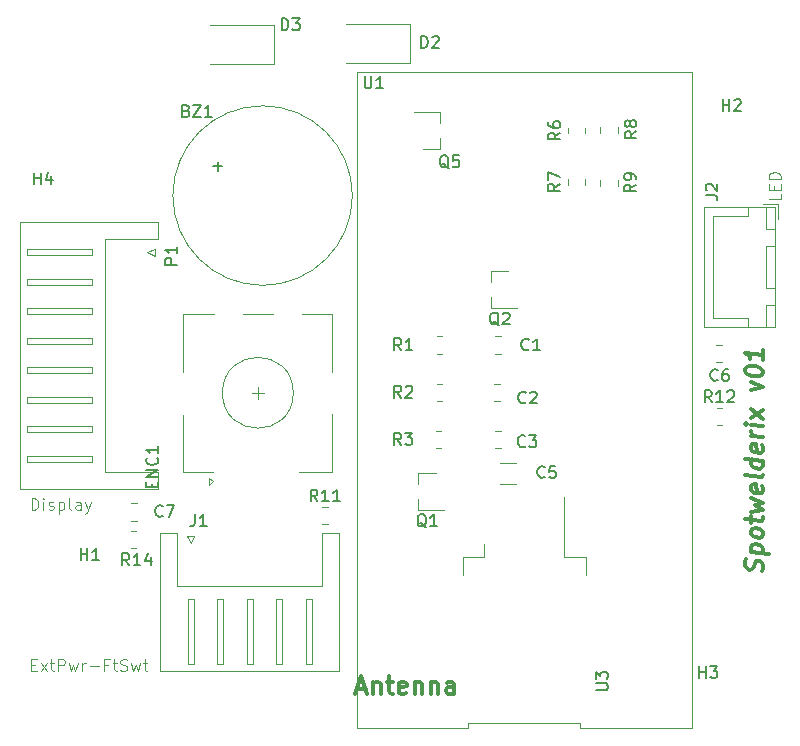
<source format=gbr>
%TF.GenerationSoftware,KiCad,Pcbnew,(5.1.9)-1*%
%TF.CreationDate,2021-02-05T08:09:49+01:00*%
%TF.ProjectId,Spotwelderix-controlboard,53706f74-7765-46c6-9465-7269782d636f,v01*%
%TF.SameCoordinates,Original*%
%TF.FileFunction,Legend,Top*%
%TF.FilePolarity,Positive*%
%FSLAX46Y46*%
G04 Gerber Fmt 4.6, Leading zero omitted, Abs format (unit mm)*
G04 Created by KiCad (PCBNEW (5.1.9)-1) date 2021-02-05 08:09:49*
%MOMM*%
%LPD*%
G01*
G04 APERTURE LIST*
%ADD10C,0.100000*%
%ADD11C,0.300000*%
%ADD12C,0.120000*%
%ADD13C,0.150000*%
G04 APERTURE END LIST*
D10*
X84702380Y-37242857D02*
X84702380Y-37719047D01*
X83702380Y-37719047D01*
X84178571Y-36909523D02*
X84178571Y-36576190D01*
X84702380Y-36433333D02*
X84702380Y-36909523D01*
X83702380Y-36909523D01*
X83702380Y-36433333D01*
X84702380Y-36004761D02*
X83702380Y-36004761D01*
X83702380Y-35766666D01*
X83750000Y-35623809D01*
X83845238Y-35528571D01*
X83940476Y-35480952D01*
X84130952Y-35433333D01*
X84273809Y-35433333D01*
X84464285Y-35480952D01*
X84559523Y-35528571D01*
X84654761Y-35623809D01*
X84702380Y-35766666D01*
X84702380Y-36004761D01*
X21242857Y-77128571D02*
X21576190Y-77128571D01*
X21719047Y-77652380D02*
X21242857Y-77652380D01*
X21242857Y-76652380D01*
X21719047Y-76652380D01*
X22052380Y-77652380D02*
X22576190Y-76985714D01*
X22052380Y-76985714D02*
X22576190Y-77652380D01*
X22814285Y-76985714D02*
X23195238Y-76985714D01*
X22957142Y-76652380D02*
X22957142Y-77509523D01*
X23004761Y-77604761D01*
X23100000Y-77652380D01*
X23195238Y-77652380D01*
X23528571Y-77652380D02*
X23528571Y-76652380D01*
X23909523Y-76652380D01*
X24004761Y-76700000D01*
X24052380Y-76747619D01*
X24100000Y-76842857D01*
X24100000Y-76985714D01*
X24052380Y-77080952D01*
X24004761Y-77128571D01*
X23909523Y-77176190D01*
X23528571Y-77176190D01*
X24433333Y-76985714D02*
X24623809Y-77652380D01*
X24814285Y-77176190D01*
X25004761Y-77652380D01*
X25195238Y-76985714D01*
X25576190Y-77652380D02*
X25576190Y-76985714D01*
X25576190Y-77176190D02*
X25623809Y-77080952D01*
X25671428Y-77033333D01*
X25766666Y-76985714D01*
X25861904Y-76985714D01*
X26195238Y-77271428D02*
X26957142Y-77271428D01*
X27766666Y-77128571D02*
X27433333Y-77128571D01*
X27433333Y-77652380D02*
X27433333Y-76652380D01*
X27909523Y-76652380D01*
X28147619Y-76985714D02*
X28528571Y-76985714D01*
X28290476Y-76652380D02*
X28290476Y-77509523D01*
X28338095Y-77604761D01*
X28433333Y-77652380D01*
X28528571Y-77652380D01*
X28814285Y-77604761D02*
X28957142Y-77652380D01*
X29195238Y-77652380D01*
X29290476Y-77604761D01*
X29338095Y-77557142D01*
X29385714Y-77461904D01*
X29385714Y-77366666D01*
X29338095Y-77271428D01*
X29290476Y-77223809D01*
X29195238Y-77176190D01*
X29004761Y-77128571D01*
X28909523Y-77080952D01*
X28861904Y-77033333D01*
X28814285Y-76938095D01*
X28814285Y-76842857D01*
X28861904Y-76747619D01*
X28909523Y-76700000D01*
X29004761Y-76652380D01*
X29242857Y-76652380D01*
X29385714Y-76700000D01*
X29719047Y-76985714D02*
X29909523Y-77652380D01*
X30100000Y-77176190D01*
X30290476Y-77652380D01*
X30480952Y-76985714D01*
X30719047Y-76985714D02*
X31099999Y-76985714D01*
X30861904Y-76652380D02*
X30861904Y-77509523D01*
X30909523Y-77604761D01*
X31004761Y-77652380D01*
X31099999Y-77652380D01*
X21297619Y-64002380D02*
X21297619Y-63002380D01*
X21535714Y-63002380D01*
X21678571Y-63050000D01*
X21773809Y-63145238D01*
X21821428Y-63240476D01*
X21869047Y-63430952D01*
X21869047Y-63573809D01*
X21821428Y-63764285D01*
X21773809Y-63859523D01*
X21678571Y-63954761D01*
X21535714Y-64002380D01*
X21297619Y-64002380D01*
X22297619Y-64002380D02*
X22297619Y-63335714D01*
X22297619Y-63002380D02*
X22250000Y-63050000D01*
X22297619Y-63097619D01*
X22345238Y-63050000D01*
X22297619Y-63002380D01*
X22297619Y-63097619D01*
X22726190Y-63954761D02*
X22821428Y-64002380D01*
X23011904Y-64002380D01*
X23107142Y-63954761D01*
X23154761Y-63859523D01*
X23154761Y-63811904D01*
X23107142Y-63716666D01*
X23011904Y-63669047D01*
X22869047Y-63669047D01*
X22773809Y-63621428D01*
X22726190Y-63526190D01*
X22726190Y-63478571D01*
X22773809Y-63383333D01*
X22869047Y-63335714D01*
X23011904Y-63335714D01*
X23107142Y-63383333D01*
X23583333Y-63335714D02*
X23583333Y-64335714D01*
X23583333Y-63383333D02*
X23678571Y-63335714D01*
X23869047Y-63335714D01*
X23964285Y-63383333D01*
X24011904Y-63430952D01*
X24059523Y-63526190D01*
X24059523Y-63811904D01*
X24011904Y-63907142D01*
X23964285Y-63954761D01*
X23869047Y-64002380D01*
X23678571Y-64002380D01*
X23583333Y-63954761D01*
X24630952Y-64002380D02*
X24535714Y-63954761D01*
X24488095Y-63859523D01*
X24488095Y-63002380D01*
X25440476Y-64002380D02*
X25440476Y-63478571D01*
X25392857Y-63383333D01*
X25297619Y-63335714D01*
X25107142Y-63335714D01*
X25011904Y-63383333D01*
X25440476Y-63954761D02*
X25345238Y-64002380D01*
X25107142Y-64002380D01*
X25011904Y-63954761D01*
X24964285Y-63859523D01*
X24964285Y-63764285D01*
X25011904Y-63669047D01*
X25107142Y-63621428D01*
X25345238Y-63621428D01*
X25440476Y-63573809D01*
X25821428Y-63335714D02*
X26059523Y-64002380D01*
X26297619Y-63335714D02*
X26059523Y-64002380D01*
X25964285Y-64240476D01*
X25916666Y-64288095D01*
X25821428Y-64335714D01*
D11*
X48857142Y-79150000D02*
X49571428Y-79150000D01*
X48714285Y-79578571D02*
X49214285Y-78078571D01*
X49714285Y-79578571D01*
X50214285Y-78578571D02*
X50214285Y-79578571D01*
X50214285Y-78721428D02*
X50285714Y-78650000D01*
X50428571Y-78578571D01*
X50642857Y-78578571D01*
X50785714Y-78650000D01*
X50857142Y-78792857D01*
X50857142Y-79578571D01*
X51357142Y-78578571D02*
X51928571Y-78578571D01*
X51571428Y-78078571D02*
X51571428Y-79364285D01*
X51642857Y-79507142D01*
X51785714Y-79578571D01*
X51928571Y-79578571D01*
X53000000Y-79507142D02*
X52857142Y-79578571D01*
X52571428Y-79578571D01*
X52428571Y-79507142D01*
X52357142Y-79364285D01*
X52357142Y-78792857D01*
X52428571Y-78650000D01*
X52571428Y-78578571D01*
X52857142Y-78578571D01*
X53000000Y-78650000D01*
X53071428Y-78792857D01*
X53071428Y-78935714D01*
X52357142Y-79078571D01*
X53714285Y-78578571D02*
X53714285Y-79578571D01*
X53714285Y-78721428D02*
X53785714Y-78650000D01*
X53928571Y-78578571D01*
X54142857Y-78578571D01*
X54285714Y-78650000D01*
X54357142Y-78792857D01*
X54357142Y-79578571D01*
X55071428Y-78578571D02*
X55071428Y-79578571D01*
X55071428Y-78721428D02*
X55142857Y-78650000D01*
X55285714Y-78578571D01*
X55499999Y-78578571D01*
X55642857Y-78650000D01*
X55714285Y-78792857D01*
X55714285Y-79578571D01*
X57071428Y-79578571D02*
X57071428Y-78792857D01*
X57000000Y-78650000D01*
X56857142Y-78578571D01*
X56571428Y-78578571D01*
X56428571Y-78650000D01*
X57071428Y-79507142D02*
X56928571Y-79578571D01*
X56571428Y-79578571D01*
X56428571Y-79507142D01*
X56357142Y-79364285D01*
X56357142Y-79221428D01*
X56428571Y-79078571D01*
X56571428Y-79007142D01*
X56928571Y-79007142D01*
X57071428Y-78935714D01*
X83157142Y-69204285D02*
X83228571Y-68998928D01*
X83228571Y-68641785D01*
X83157142Y-68490000D01*
X83085714Y-68409642D01*
X82942857Y-68320357D01*
X82800000Y-68302500D01*
X82657142Y-68356071D01*
X82585714Y-68418571D01*
X82514285Y-68552500D01*
X82442857Y-68829285D01*
X82371428Y-68963214D01*
X82300000Y-69025714D01*
X82157142Y-69079285D01*
X82014285Y-69061428D01*
X81871428Y-68972142D01*
X81800000Y-68891785D01*
X81728571Y-68740000D01*
X81728571Y-68382857D01*
X81800000Y-68177500D01*
X82228571Y-67588214D02*
X83728571Y-67775714D01*
X82300000Y-67597142D02*
X82228571Y-67445357D01*
X82228571Y-67159642D01*
X82300000Y-67025714D01*
X82371428Y-66963214D01*
X82514285Y-66909642D01*
X82942857Y-66963214D01*
X83085714Y-67052500D01*
X83157142Y-67132857D01*
X83228571Y-67284642D01*
X83228571Y-67570357D01*
X83157142Y-67704285D01*
X83228571Y-66141785D02*
X83157142Y-66275714D01*
X83085714Y-66338214D01*
X82942857Y-66391785D01*
X82514285Y-66338214D01*
X82371428Y-66248928D01*
X82300000Y-66168571D01*
X82228571Y-66016785D01*
X82228571Y-65802500D01*
X82300000Y-65668571D01*
X82371428Y-65606071D01*
X82514285Y-65552500D01*
X82942857Y-65606071D01*
X83085714Y-65695357D01*
X83157142Y-65775714D01*
X83228571Y-65927500D01*
X83228571Y-66141785D01*
X82228571Y-65088214D02*
X82228571Y-64516785D01*
X81728571Y-64811428D02*
X83014285Y-64972142D01*
X83157142Y-64918571D01*
X83228571Y-64784642D01*
X83228571Y-64641785D01*
X82228571Y-64159642D02*
X83228571Y-63998928D01*
X82514285Y-63623928D01*
X83228571Y-63427500D01*
X82228571Y-63016785D01*
X83157142Y-61990000D02*
X83228571Y-62141785D01*
X83228571Y-62427500D01*
X83157142Y-62561428D01*
X83014285Y-62615000D01*
X82442857Y-62543571D01*
X82300000Y-62454285D01*
X82228571Y-62302500D01*
X82228571Y-62016785D01*
X82300000Y-61882857D01*
X82442857Y-61829285D01*
X82585714Y-61847142D01*
X82728571Y-62579285D01*
X83228571Y-61070357D02*
X83157142Y-61204285D01*
X83014285Y-61257857D01*
X81728571Y-61097142D01*
X83228571Y-59856071D02*
X81728571Y-59668571D01*
X83157142Y-59847142D02*
X83228571Y-59998928D01*
X83228571Y-60284642D01*
X83157142Y-60418571D01*
X83085714Y-60481071D01*
X82942857Y-60534642D01*
X82514285Y-60481071D01*
X82371428Y-60391785D01*
X82300000Y-60311428D01*
X82228571Y-60159642D01*
X82228571Y-59873928D01*
X82300000Y-59740000D01*
X83157142Y-58561428D02*
X83228571Y-58713214D01*
X83228571Y-58998928D01*
X83157142Y-59132857D01*
X83014285Y-59186428D01*
X82442857Y-59115000D01*
X82300000Y-59025714D01*
X82228571Y-58873928D01*
X82228571Y-58588214D01*
X82300000Y-58454285D01*
X82442857Y-58400714D01*
X82585714Y-58418571D01*
X82728571Y-59150714D01*
X83228571Y-57856071D02*
X82228571Y-57731071D01*
X82514285Y-57766785D02*
X82371428Y-57677500D01*
X82300000Y-57597142D01*
X82228571Y-57445357D01*
X82228571Y-57302500D01*
X83228571Y-56927500D02*
X82228571Y-56802500D01*
X81728571Y-56740000D02*
X81800000Y-56820357D01*
X81871428Y-56757857D01*
X81800000Y-56677500D01*
X81728571Y-56740000D01*
X81871428Y-56757857D01*
X83228571Y-56356071D02*
X82228571Y-55445357D01*
X82228571Y-56231071D02*
X83228571Y-55570357D01*
X82228571Y-53873928D02*
X83228571Y-53641785D01*
X82228571Y-53159642D01*
X81728571Y-52240000D02*
X81728571Y-52097142D01*
X81800000Y-51963214D01*
X81871428Y-51900714D01*
X82014285Y-51847142D01*
X82300000Y-51811428D01*
X82657142Y-51856071D01*
X82942857Y-51963214D01*
X83085714Y-52052500D01*
X83157142Y-52132857D01*
X83228571Y-52284642D01*
X83228571Y-52427500D01*
X83157142Y-52561428D01*
X83085714Y-52623928D01*
X82942857Y-52677500D01*
X82657142Y-52713214D01*
X82300000Y-52668571D01*
X82014285Y-52561428D01*
X81871428Y-52472142D01*
X81800000Y-52391785D01*
X81728571Y-52240000D01*
X83228571Y-50498928D02*
X83228571Y-51356071D01*
X83228571Y-50927500D02*
X81728571Y-50740000D01*
X81942857Y-50909642D01*
X82085714Y-51070357D01*
X82157142Y-51222142D01*
D12*
%TO.C,ENC1*%
X40450000Y-54600000D02*
X40450000Y-53600000D01*
X39950000Y-54100000D02*
X40950000Y-54100000D01*
X44150000Y-47400000D02*
X46750000Y-47400000D01*
X39150000Y-47400000D02*
X41750000Y-47400000D01*
X34150000Y-47400000D02*
X36750000Y-47400000D01*
X36350000Y-61300000D02*
X36650000Y-61600000D01*
X36350000Y-61900000D02*
X36350000Y-61300000D01*
X36650000Y-61600000D02*
X36350000Y-61900000D01*
X34150000Y-60800000D02*
X36650000Y-60800000D01*
X34150000Y-56000000D02*
X34150000Y-60800000D01*
X46750000Y-60800000D02*
X43950000Y-60800000D01*
X46750000Y-55900000D02*
X46750000Y-60800000D01*
X46750000Y-47400000D02*
X46750000Y-52300000D01*
X34150000Y-52300000D02*
X34150000Y-47400000D01*
X43450000Y-54100000D02*
G75*
G03*
X43450000Y-54100000I-3000000J0D01*
G01*
%TO.C,U1*%
X67733333Y-82440000D02*
X77199999Y-82440000D01*
X67733333Y-82080000D02*
X67733333Y-82440000D01*
X58266667Y-82080000D02*
X67733333Y-82080000D01*
X58266667Y-82440000D02*
X58266667Y-82080000D01*
X48800000Y-82440000D02*
X58266667Y-82440000D01*
X48800001Y-26900000D02*
X48800000Y-82440000D01*
X77200000Y-26900000D02*
X48800001Y-26900000D01*
X77199999Y-82440000D02*
X77200000Y-26900000D01*
%TO.C,P1*%
X31700000Y-42500000D02*
X31100000Y-42200000D01*
X31700000Y-41900000D02*
X31700000Y-42500000D01*
X31100000Y-42200000D02*
X31700000Y-41900000D01*
X26400000Y-59950000D02*
X26400000Y-59450000D01*
X20900000Y-59950000D02*
X26400000Y-59950000D01*
X20900000Y-59450000D02*
X20900000Y-59950000D01*
X26400000Y-59450000D02*
X20900000Y-59450000D01*
X26400000Y-57450000D02*
X26400000Y-56950000D01*
X20900000Y-57450000D02*
X26400000Y-57450000D01*
X20900000Y-56950000D02*
X20900000Y-57450000D01*
X26400000Y-56950000D02*
X20900000Y-56950000D01*
X26400000Y-54950000D02*
X26400000Y-54450000D01*
X20900000Y-54950000D02*
X26400000Y-54950000D01*
X20900000Y-54450000D02*
X20900000Y-54950000D01*
X26400000Y-54450000D02*
X20900000Y-54450000D01*
X26400000Y-52450000D02*
X26400000Y-51950000D01*
X20900000Y-52450000D02*
X26400000Y-52450000D01*
X20900000Y-51950000D02*
X20900000Y-52450000D01*
X26400000Y-51950000D02*
X20900000Y-51950000D01*
X26400000Y-49950000D02*
X26400000Y-49450000D01*
X20900000Y-49950000D02*
X26400000Y-49950000D01*
X20900000Y-49450000D02*
X20900000Y-49950000D01*
X26400000Y-49450000D02*
X20900000Y-49450000D01*
X26400000Y-47450000D02*
X26400000Y-46950000D01*
X20900000Y-47450000D02*
X26400000Y-47450000D01*
X20900000Y-46950000D02*
X20900000Y-47450000D01*
X26400000Y-46950000D02*
X20900000Y-46950000D01*
X26400000Y-44950000D02*
X26400000Y-44450000D01*
X20900000Y-44950000D02*
X26400000Y-44950000D01*
X20900000Y-44450000D02*
X20900000Y-44950000D01*
X26400000Y-44450000D02*
X20900000Y-44450000D01*
X26400000Y-42450000D02*
X26400000Y-41950000D01*
X20900000Y-42450000D02*
X26400000Y-42450000D01*
X20900000Y-41950000D02*
X20900000Y-42450000D01*
X26400000Y-41950000D02*
X20900000Y-41950000D01*
X27510000Y-60840000D02*
X27510000Y-50950000D01*
X32010000Y-60840000D02*
X27510000Y-60840000D01*
X32010000Y-62260000D02*
X32010000Y-60840000D01*
X20290000Y-62260000D02*
X32010000Y-62260000D01*
X20290000Y-50950000D02*
X20290000Y-62260000D01*
X27510000Y-41060000D02*
X27510000Y-50950000D01*
X32010000Y-41060000D02*
X27510000Y-41060000D01*
X32010000Y-39640000D02*
X32010000Y-41060000D01*
X20290000Y-39640000D02*
X32010000Y-39640000D01*
X20290000Y-50950000D02*
X20290000Y-39640000D01*
%TO.C,R14*%
X29710436Y-67235000D02*
X30164564Y-67235000D01*
X29710436Y-65765000D02*
X30164564Y-65765000D01*
%TO.C,R12*%
X79285436Y-56835000D02*
X79739564Y-56835000D01*
X79285436Y-55365000D02*
X79739564Y-55365000D01*
%TO.C,R11*%
X45910436Y-65235000D02*
X46364564Y-65235000D01*
X45910436Y-63765000D02*
X46364564Y-63765000D01*
%TO.C,Q5*%
X55860000Y-33480000D02*
X54400000Y-33480000D01*
X55860000Y-30320000D02*
X53700000Y-30320000D01*
X55860000Y-30320000D02*
X55860000Y-31250000D01*
X55860000Y-33480000D02*
X55860000Y-32550000D01*
%TO.C,Q2*%
X60190000Y-43770000D02*
X61650000Y-43770000D01*
X60190000Y-46930000D02*
X62350000Y-46930000D01*
X60190000Y-46930000D02*
X60190000Y-46000000D01*
X60190000Y-43770000D02*
X60190000Y-44700000D01*
%TO.C,Q1*%
X54040000Y-60870000D02*
X55500000Y-60870000D01*
X54040000Y-64030000D02*
X56200000Y-64030000D01*
X54040000Y-64030000D02*
X54040000Y-63100000D01*
X54040000Y-60870000D02*
X54040000Y-61800000D01*
%TO.C,J1*%
X35050000Y-66250000D02*
X34750000Y-66850000D01*
X34450000Y-66250000D02*
X35050000Y-66250000D01*
X34750000Y-66850000D02*
X34450000Y-66250000D01*
X45000000Y-71550000D02*
X44500000Y-71550000D01*
X45000000Y-77050000D02*
X45000000Y-71550000D01*
X44500000Y-77050000D02*
X45000000Y-77050000D01*
X44500000Y-71550000D02*
X44500000Y-77050000D01*
X42500000Y-71550000D02*
X42000000Y-71550000D01*
X42500000Y-77050000D02*
X42500000Y-71550000D01*
X42000000Y-77050000D02*
X42500000Y-77050000D01*
X42000000Y-71550000D02*
X42000000Y-77050000D01*
X40000000Y-71550000D02*
X39500000Y-71550000D01*
X40000000Y-77050000D02*
X40000000Y-71550000D01*
X39500000Y-77050000D02*
X40000000Y-77050000D01*
X39500000Y-71550000D02*
X39500000Y-77050000D01*
X37500000Y-71550000D02*
X37000000Y-71550000D01*
X37500000Y-77050000D02*
X37500000Y-71550000D01*
X37000000Y-77050000D02*
X37500000Y-77050000D01*
X37000000Y-71550000D02*
X37000000Y-77050000D01*
X35000000Y-71550000D02*
X34500000Y-71550000D01*
X35000000Y-77050000D02*
X35000000Y-71550000D01*
X34500000Y-77050000D02*
X35000000Y-77050000D01*
X34500000Y-71550000D02*
X34500000Y-77050000D01*
X45890000Y-70440000D02*
X39750000Y-70440000D01*
X45890000Y-65940000D02*
X45890000Y-70440000D01*
X47310000Y-65940000D02*
X45890000Y-65940000D01*
X47310000Y-77660000D02*
X47310000Y-65940000D01*
X39750000Y-77660000D02*
X47310000Y-77660000D01*
X33610000Y-70440000D02*
X39750000Y-70440000D01*
X33610000Y-65940000D02*
X33610000Y-70440000D01*
X32190000Y-65940000D02*
X33610000Y-65940000D01*
X32190000Y-77660000D02*
X32190000Y-65940000D01*
X39750000Y-77660000D02*
X32190000Y-77660000D01*
%TO.C,C7*%
X29688748Y-64935000D02*
X30211252Y-64935000D01*
X29688748Y-63465000D02*
X30211252Y-63465000D01*
%TO.C,J2*%
X84500000Y-38100000D02*
X83250000Y-38100000D01*
X84500000Y-39350000D02*
X84500000Y-38100000D01*
X79000000Y-47750000D02*
X79000000Y-43450000D01*
X81950000Y-47750000D02*
X79000000Y-47750000D01*
X81950000Y-48500000D02*
X81950000Y-47750000D01*
X79000000Y-39150000D02*
X79000000Y-43450000D01*
X81950000Y-39150000D02*
X79000000Y-39150000D01*
X81950000Y-38400000D02*
X81950000Y-39150000D01*
X84200000Y-48500000D02*
X84200000Y-46700000D01*
X83450000Y-48500000D02*
X84200000Y-48500000D01*
X83450000Y-46700000D02*
X83450000Y-48500000D01*
X84200000Y-46700000D02*
X83450000Y-46700000D01*
X84200000Y-40200000D02*
X84200000Y-38400000D01*
X83450000Y-40200000D02*
X84200000Y-40200000D01*
X83450000Y-38400000D02*
X83450000Y-40200000D01*
X84200000Y-38400000D02*
X83450000Y-38400000D01*
X84200000Y-45200000D02*
X84200000Y-41700000D01*
X83450000Y-45200000D02*
X84200000Y-45200000D01*
X83450000Y-41700000D02*
X83450000Y-45200000D01*
X84200000Y-41700000D02*
X83450000Y-41700000D01*
X84210000Y-48510000D02*
X84210000Y-38390000D01*
X78240000Y-48510000D02*
X84210000Y-48510000D01*
X78240000Y-38390000D02*
X78240000Y-48510000D01*
X84210000Y-38390000D02*
X78240000Y-38390000D01*
%TO.C,D3*%
X41800000Y-26300000D02*
X36400000Y-26300000D01*
X41800000Y-23000000D02*
X36400000Y-23000000D01*
X41800000Y-26300000D02*
X41800000Y-23000000D01*
%TO.C,D2*%
X53300000Y-26200000D02*
X53300000Y-22900000D01*
X53300000Y-22900000D02*
X47900000Y-22900000D01*
X53300000Y-26200000D02*
X47900000Y-26200000D01*
%TO.C,BZ1*%
X48450000Y-37400000D02*
G75*
G03*
X48450000Y-37400000I-7600000J0D01*
G01*
%TO.C,R1*%
X56064564Y-50785000D02*
X55610436Y-50785000D01*
X56064564Y-49315000D02*
X55610436Y-49315000D01*
%TO.C,C5*%
X60913748Y-60040000D02*
X62336252Y-60040000D01*
X60913748Y-61860000D02*
X62336252Y-61860000D01*
%TO.C,R3*%
X55977064Y-58785000D02*
X55522936Y-58785000D01*
X55977064Y-57315000D02*
X55522936Y-57315000D01*
%TO.C,C3*%
X61011252Y-58785000D02*
X60488748Y-58785000D01*
X61011252Y-57315000D02*
X60488748Y-57315000D01*
%TO.C,C2*%
X60438748Y-53315000D02*
X60961252Y-53315000D01*
X60438748Y-54785000D02*
X60961252Y-54785000D01*
%TO.C,C1*%
X61011252Y-50785000D02*
X60488748Y-50785000D01*
X61011252Y-49315000D02*
X60488748Y-49315000D01*
%TO.C,R2*%
X56064564Y-54785000D02*
X55610436Y-54785000D01*
X56064564Y-53315000D02*
X55610436Y-53315000D01*
%TO.C,R6*%
X68163000Y-31671436D02*
X68163000Y-32125564D01*
X66693000Y-31671436D02*
X66693000Y-32125564D01*
%TO.C,C6*%
X79238748Y-51535000D02*
X79761252Y-51535000D01*
X79238748Y-50065000D02*
X79761252Y-50065000D01*
%TO.C,R9*%
X70923000Y-36122436D02*
X70923000Y-36576564D01*
X69453000Y-36122436D02*
X69453000Y-36576564D01*
%TO.C,U3*%
X68190000Y-69525000D02*
X68190000Y-68025000D01*
X68190000Y-68025000D02*
X66380000Y-68025000D01*
X66380000Y-68025000D02*
X66380000Y-62900000D01*
X57790000Y-69525000D02*
X57790000Y-68025000D01*
X57790000Y-68025000D02*
X59600000Y-68025000D01*
X59600000Y-68025000D02*
X59600000Y-66925000D01*
%TO.C,R8*%
X70923000Y-31620936D02*
X70923000Y-32075064D01*
X69453000Y-31620936D02*
X69453000Y-32075064D01*
%TO.C,R7*%
X68163000Y-36022436D02*
X68163000Y-36476564D01*
X66693000Y-36022436D02*
X66693000Y-36476564D01*
%TO.C,ENC1*%
D13*
X31478571Y-62114285D02*
X31478571Y-61780952D01*
X32002380Y-61638095D02*
X32002380Y-62114285D01*
X31002380Y-62114285D01*
X31002380Y-61638095D01*
X32002380Y-61209523D02*
X31002380Y-61209523D01*
X32002380Y-60638095D01*
X31002380Y-60638095D01*
X31907142Y-59590476D02*
X31954761Y-59638095D01*
X32002380Y-59780952D01*
X32002380Y-59876190D01*
X31954761Y-60019047D01*
X31859523Y-60114285D01*
X31764285Y-60161904D01*
X31573809Y-60209523D01*
X31430952Y-60209523D01*
X31240476Y-60161904D01*
X31145238Y-60114285D01*
X31050000Y-60019047D01*
X31002380Y-59876190D01*
X31002380Y-59780952D01*
X31050000Y-59638095D01*
X31097619Y-59590476D01*
X32002380Y-58638095D02*
X32002380Y-59209523D01*
X32002380Y-58923809D02*
X31002380Y-58923809D01*
X31145238Y-59019047D01*
X31240476Y-59114285D01*
X31288095Y-59209523D01*
%TO.C,U1*%
X49488095Y-27302380D02*
X49488095Y-28111904D01*
X49535714Y-28207142D01*
X49583333Y-28254761D01*
X49678571Y-28302380D01*
X49869047Y-28302380D01*
X49964285Y-28254761D01*
X50011904Y-28207142D01*
X50059523Y-28111904D01*
X50059523Y-27302380D01*
X51059523Y-28302380D02*
X50488095Y-28302380D01*
X50773809Y-28302380D02*
X50773809Y-27302380D01*
X50678571Y-27445238D01*
X50583333Y-27540476D01*
X50488095Y-27588095D01*
%TO.C,P1*%
X33602380Y-43238095D02*
X32602380Y-43238095D01*
X32602380Y-42857142D01*
X32650000Y-42761904D01*
X32697619Y-42714285D01*
X32792857Y-42666666D01*
X32935714Y-42666666D01*
X33030952Y-42714285D01*
X33078571Y-42761904D01*
X33126190Y-42857142D01*
X33126190Y-43238095D01*
X33602380Y-41714285D02*
X33602380Y-42285714D01*
X33602380Y-42000000D02*
X32602380Y-42000000D01*
X32745238Y-42095238D01*
X32840476Y-42190476D01*
X32888095Y-42285714D01*
%TO.C,R14*%
X29557142Y-68702380D02*
X29223809Y-68226190D01*
X28985714Y-68702380D02*
X28985714Y-67702380D01*
X29366666Y-67702380D01*
X29461904Y-67750000D01*
X29509523Y-67797619D01*
X29557142Y-67892857D01*
X29557142Y-68035714D01*
X29509523Y-68130952D01*
X29461904Y-68178571D01*
X29366666Y-68226190D01*
X28985714Y-68226190D01*
X30509523Y-68702380D02*
X29938095Y-68702380D01*
X30223809Y-68702380D02*
X30223809Y-67702380D01*
X30128571Y-67845238D01*
X30033333Y-67940476D01*
X29938095Y-67988095D01*
X31366666Y-68035714D02*
X31366666Y-68702380D01*
X31128571Y-67654761D02*
X30890476Y-68369047D01*
X31509523Y-68369047D01*
%TO.C,R12*%
X78869642Y-54902380D02*
X78536309Y-54426190D01*
X78298214Y-54902380D02*
X78298214Y-53902380D01*
X78679166Y-53902380D01*
X78774404Y-53950000D01*
X78822023Y-53997619D01*
X78869642Y-54092857D01*
X78869642Y-54235714D01*
X78822023Y-54330952D01*
X78774404Y-54378571D01*
X78679166Y-54426190D01*
X78298214Y-54426190D01*
X79822023Y-54902380D02*
X79250595Y-54902380D01*
X79536309Y-54902380D02*
X79536309Y-53902380D01*
X79441071Y-54045238D01*
X79345833Y-54140476D01*
X79250595Y-54188095D01*
X80202976Y-53997619D02*
X80250595Y-53950000D01*
X80345833Y-53902380D01*
X80583928Y-53902380D01*
X80679166Y-53950000D01*
X80726785Y-53997619D01*
X80774404Y-54092857D01*
X80774404Y-54188095D01*
X80726785Y-54330952D01*
X80155357Y-54902380D01*
X80774404Y-54902380D01*
%TO.C,R11*%
X45494642Y-63302380D02*
X45161309Y-62826190D01*
X44923214Y-63302380D02*
X44923214Y-62302380D01*
X45304166Y-62302380D01*
X45399404Y-62350000D01*
X45447023Y-62397619D01*
X45494642Y-62492857D01*
X45494642Y-62635714D01*
X45447023Y-62730952D01*
X45399404Y-62778571D01*
X45304166Y-62826190D01*
X44923214Y-62826190D01*
X46447023Y-63302380D02*
X45875595Y-63302380D01*
X46161309Y-63302380D02*
X46161309Y-62302380D01*
X46066071Y-62445238D01*
X45970833Y-62540476D01*
X45875595Y-62588095D01*
X47399404Y-63302380D02*
X46827976Y-63302380D01*
X47113690Y-63302380D02*
X47113690Y-62302380D01*
X47018452Y-62445238D01*
X46923214Y-62540476D01*
X46827976Y-62588095D01*
%TO.C,Q5*%
X56604761Y-35097619D02*
X56509523Y-35050000D01*
X56414285Y-34954761D01*
X56271428Y-34811904D01*
X56176190Y-34764285D01*
X56080952Y-34764285D01*
X56128571Y-35002380D02*
X56033333Y-34954761D01*
X55938095Y-34859523D01*
X55890476Y-34669047D01*
X55890476Y-34335714D01*
X55938095Y-34145238D01*
X56033333Y-34050000D01*
X56128571Y-34002380D01*
X56319047Y-34002380D01*
X56414285Y-34050000D01*
X56509523Y-34145238D01*
X56557142Y-34335714D01*
X56557142Y-34669047D01*
X56509523Y-34859523D01*
X56414285Y-34954761D01*
X56319047Y-35002380D01*
X56128571Y-35002380D01*
X57461904Y-34002380D02*
X56985714Y-34002380D01*
X56938095Y-34478571D01*
X56985714Y-34430952D01*
X57080952Y-34383333D01*
X57319047Y-34383333D01*
X57414285Y-34430952D01*
X57461904Y-34478571D01*
X57509523Y-34573809D01*
X57509523Y-34811904D01*
X57461904Y-34907142D01*
X57414285Y-34954761D01*
X57319047Y-35002380D01*
X57080952Y-35002380D01*
X56985714Y-34954761D01*
X56938095Y-34907142D01*
%TO.C,Q2*%
X60854761Y-48397619D02*
X60759523Y-48350000D01*
X60664285Y-48254761D01*
X60521428Y-48111904D01*
X60426190Y-48064285D01*
X60330952Y-48064285D01*
X60378571Y-48302380D02*
X60283333Y-48254761D01*
X60188095Y-48159523D01*
X60140476Y-47969047D01*
X60140476Y-47635714D01*
X60188095Y-47445238D01*
X60283333Y-47350000D01*
X60378571Y-47302380D01*
X60569047Y-47302380D01*
X60664285Y-47350000D01*
X60759523Y-47445238D01*
X60807142Y-47635714D01*
X60807142Y-47969047D01*
X60759523Y-48159523D01*
X60664285Y-48254761D01*
X60569047Y-48302380D01*
X60378571Y-48302380D01*
X61188095Y-47397619D02*
X61235714Y-47350000D01*
X61330952Y-47302380D01*
X61569047Y-47302380D01*
X61664285Y-47350000D01*
X61711904Y-47397619D01*
X61759523Y-47492857D01*
X61759523Y-47588095D01*
X61711904Y-47730952D01*
X61140476Y-48302380D01*
X61759523Y-48302380D01*
%TO.C,Q1*%
X54704761Y-65497619D02*
X54609523Y-65450000D01*
X54514285Y-65354761D01*
X54371428Y-65211904D01*
X54276190Y-65164285D01*
X54180952Y-65164285D01*
X54228571Y-65402380D02*
X54133333Y-65354761D01*
X54038095Y-65259523D01*
X53990476Y-65069047D01*
X53990476Y-64735714D01*
X54038095Y-64545238D01*
X54133333Y-64450000D01*
X54228571Y-64402380D01*
X54419047Y-64402380D01*
X54514285Y-64450000D01*
X54609523Y-64545238D01*
X54657142Y-64735714D01*
X54657142Y-65069047D01*
X54609523Y-65259523D01*
X54514285Y-65354761D01*
X54419047Y-65402380D01*
X54228571Y-65402380D01*
X55609523Y-65402380D02*
X55038095Y-65402380D01*
X55323809Y-65402380D02*
X55323809Y-64402380D01*
X55228571Y-64545238D01*
X55133333Y-64640476D01*
X55038095Y-64688095D01*
%TO.C,J1*%
X35116666Y-64402380D02*
X35116666Y-65116666D01*
X35069047Y-65259523D01*
X34973809Y-65354761D01*
X34830952Y-65402380D01*
X34735714Y-65402380D01*
X36116666Y-65402380D02*
X35545238Y-65402380D01*
X35830952Y-65402380D02*
X35830952Y-64402380D01*
X35735714Y-64545238D01*
X35640476Y-64640476D01*
X35545238Y-64688095D01*
%TO.C,C7*%
X32383333Y-64507142D02*
X32335714Y-64554761D01*
X32192857Y-64602380D01*
X32097619Y-64602380D01*
X31954761Y-64554761D01*
X31859523Y-64459523D01*
X31811904Y-64364285D01*
X31764285Y-64173809D01*
X31764285Y-64030952D01*
X31811904Y-63840476D01*
X31859523Y-63745238D01*
X31954761Y-63650000D01*
X32097619Y-63602380D01*
X32192857Y-63602380D01*
X32335714Y-63650000D01*
X32383333Y-63697619D01*
X32716666Y-63602380D02*
X33383333Y-63602380D01*
X32954761Y-64602380D01*
%TO.C,J2*%
X78352380Y-37383333D02*
X79066666Y-37383333D01*
X79209523Y-37430952D01*
X79304761Y-37526190D01*
X79352380Y-37669047D01*
X79352380Y-37764285D01*
X78447619Y-36954761D02*
X78400000Y-36907142D01*
X78352380Y-36811904D01*
X78352380Y-36573809D01*
X78400000Y-36478571D01*
X78447619Y-36430952D01*
X78542857Y-36383333D01*
X78638095Y-36383333D01*
X78780952Y-36430952D01*
X79352380Y-37002380D01*
X79352380Y-36383333D01*
%TO.C,D3*%
X42461904Y-23402380D02*
X42461904Y-22402380D01*
X42700000Y-22402380D01*
X42842857Y-22450000D01*
X42938095Y-22545238D01*
X42985714Y-22640476D01*
X43033333Y-22830952D01*
X43033333Y-22973809D01*
X42985714Y-23164285D01*
X42938095Y-23259523D01*
X42842857Y-23354761D01*
X42700000Y-23402380D01*
X42461904Y-23402380D01*
X43366666Y-22402380D02*
X43985714Y-22402380D01*
X43652380Y-22783333D01*
X43795238Y-22783333D01*
X43890476Y-22830952D01*
X43938095Y-22878571D01*
X43985714Y-22973809D01*
X43985714Y-23211904D01*
X43938095Y-23307142D01*
X43890476Y-23354761D01*
X43795238Y-23402380D01*
X43509523Y-23402380D01*
X43414285Y-23354761D01*
X43366666Y-23307142D01*
%TO.C,D2*%
X54261904Y-24902380D02*
X54261904Y-23902380D01*
X54500000Y-23902380D01*
X54642857Y-23950000D01*
X54738095Y-24045238D01*
X54785714Y-24140476D01*
X54833333Y-24330952D01*
X54833333Y-24473809D01*
X54785714Y-24664285D01*
X54738095Y-24759523D01*
X54642857Y-24854761D01*
X54500000Y-24902380D01*
X54261904Y-24902380D01*
X55214285Y-23997619D02*
X55261904Y-23950000D01*
X55357142Y-23902380D01*
X55595238Y-23902380D01*
X55690476Y-23950000D01*
X55738095Y-23997619D01*
X55785714Y-24092857D01*
X55785714Y-24188095D01*
X55738095Y-24330952D01*
X55166666Y-24902380D01*
X55785714Y-24902380D01*
%TO.C,BZ1*%
X34391047Y-30216571D02*
X34533904Y-30264190D01*
X34581523Y-30311809D01*
X34629142Y-30407047D01*
X34629142Y-30549904D01*
X34581523Y-30645142D01*
X34533904Y-30692761D01*
X34438666Y-30740380D01*
X34057714Y-30740380D01*
X34057714Y-29740380D01*
X34391047Y-29740380D01*
X34486285Y-29788000D01*
X34533904Y-29835619D01*
X34581523Y-29930857D01*
X34581523Y-30026095D01*
X34533904Y-30121333D01*
X34486285Y-30168952D01*
X34391047Y-30216571D01*
X34057714Y-30216571D01*
X34962476Y-29740380D02*
X35629142Y-29740380D01*
X34962476Y-30740380D01*
X35629142Y-30740380D01*
X36533904Y-30740380D02*
X35962476Y-30740380D01*
X36248190Y-30740380D02*
X36248190Y-29740380D01*
X36152952Y-29883238D01*
X36057714Y-29978476D01*
X35962476Y-30026095D01*
X36659047Y-34931428D02*
X37420952Y-34931428D01*
X37040000Y-35312380D02*
X37040000Y-34550476D01*
%TO.C,R1*%
X52583333Y-50502380D02*
X52250000Y-50026190D01*
X52011904Y-50502380D02*
X52011904Y-49502380D01*
X52392857Y-49502380D01*
X52488095Y-49550000D01*
X52535714Y-49597619D01*
X52583333Y-49692857D01*
X52583333Y-49835714D01*
X52535714Y-49930952D01*
X52488095Y-49978571D01*
X52392857Y-50026190D01*
X52011904Y-50026190D01*
X53535714Y-50502380D02*
X52964285Y-50502380D01*
X53250000Y-50502380D02*
X53250000Y-49502380D01*
X53154761Y-49645238D01*
X53059523Y-49740476D01*
X52964285Y-49788095D01*
%TO.C,C5*%
X64733333Y-61207142D02*
X64685714Y-61254761D01*
X64542857Y-61302380D01*
X64447619Y-61302380D01*
X64304761Y-61254761D01*
X64209523Y-61159523D01*
X64161904Y-61064285D01*
X64114285Y-60873809D01*
X64114285Y-60730952D01*
X64161904Y-60540476D01*
X64209523Y-60445238D01*
X64304761Y-60350000D01*
X64447619Y-60302380D01*
X64542857Y-60302380D01*
X64685714Y-60350000D01*
X64733333Y-60397619D01*
X65638095Y-60302380D02*
X65161904Y-60302380D01*
X65114285Y-60778571D01*
X65161904Y-60730952D01*
X65257142Y-60683333D01*
X65495238Y-60683333D01*
X65590476Y-60730952D01*
X65638095Y-60778571D01*
X65685714Y-60873809D01*
X65685714Y-61111904D01*
X65638095Y-61207142D01*
X65590476Y-61254761D01*
X65495238Y-61302380D01*
X65257142Y-61302380D01*
X65161904Y-61254761D01*
X65114285Y-61207142D01*
%TO.C,R3*%
X52583333Y-58502380D02*
X52250000Y-58026190D01*
X52011904Y-58502380D02*
X52011904Y-57502380D01*
X52392857Y-57502380D01*
X52488095Y-57550000D01*
X52535714Y-57597619D01*
X52583333Y-57692857D01*
X52583333Y-57835714D01*
X52535714Y-57930952D01*
X52488095Y-57978571D01*
X52392857Y-58026190D01*
X52011904Y-58026190D01*
X52916666Y-57502380D02*
X53535714Y-57502380D01*
X53202380Y-57883333D01*
X53345238Y-57883333D01*
X53440476Y-57930952D01*
X53488095Y-57978571D01*
X53535714Y-58073809D01*
X53535714Y-58311904D01*
X53488095Y-58407142D01*
X53440476Y-58454761D01*
X53345238Y-58502380D01*
X53059523Y-58502380D01*
X52964285Y-58454761D01*
X52916666Y-58407142D01*
%TO.C,C3*%
X63083333Y-58607142D02*
X63035714Y-58654761D01*
X62892857Y-58702380D01*
X62797619Y-58702380D01*
X62654761Y-58654761D01*
X62559523Y-58559523D01*
X62511904Y-58464285D01*
X62464285Y-58273809D01*
X62464285Y-58130952D01*
X62511904Y-57940476D01*
X62559523Y-57845238D01*
X62654761Y-57750000D01*
X62797619Y-57702380D01*
X62892857Y-57702380D01*
X63035714Y-57750000D01*
X63083333Y-57797619D01*
X63416666Y-57702380D02*
X64035714Y-57702380D01*
X63702380Y-58083333D01*
X63845238Y-58083333D01*
X63940476Y-58130952D01*
X63988095Y-58178571D01*
X64035714Y-58273809D01*
X64035714Y-58511904D01*
X63988095Y-58607142D01*
X63940476Y-58654761D01*
X63845238Y-58702380D01*
X63559523Y-58702380D01*
X63464285Y-58654761D01*
X63416666Y-58607142D01*
%TO.C,C2*%
X63131333Y-54907142D02*
X63083714Y-54954761D01*
X62940857Y-55002380D01*
X62845619Y-55002380D01*
X62702761Y-54954761D01*
X62607523Y-54859523D01*
X62559904Y-54764285D01*
X62512285Y-54573809D01*
X62512285Y-54430952D01*
X62559904Y-54240476D01*
X62607523Y-54145238D01*
X62702761Y-54050000D01*
X62845619Y-54002380D01*
X62940857Y-54002380D01*
X63083714Y-54050000D01*
X63131333Y-54097619D01*
X63512285Y-54097619D02*
X63559904Y-54050000D01*
X63655142Y-54002380D01*
X63893238Y-54002380D01*
X63988476Y-54050000D01*
X64036095Y-54097619D01*
X64083714Y-54192857D01*
X64083714Y-54288095D01*
X64036095Y-54430952D01*
X63464666Y-55002380D01*
X64083714Y-55002380D01*
%TO.C,C1*%
X63385333Y-50415142D02*
X63337714Y-50462761D01*
X63194857Y-50510380D01*
X63099619Y-50510380D01*
X62956761Y-50462761D01*
X62861523Y-50367523D01*
X62813904Y-50272285D01*
X62766285Y-50081809D01*
X62766285Y-49938952D01*
X62813904Y-49748476D01*
X62861523Y-49653238D01*
X62956761Y-49558000D01*
X63099619Y-49510380D01*
X63194857Y-49510380D01*
X63337714Y-49558000D01*
X63385333Y-49605619D01*
X64337714Y-50510380D02*
X63766285Y-50510380D01*
X64052000Y-50510380D02*
X64052000Y-49510380D01*
X63956761Y-49653238D01*
X63861523Y-49748476D01*
X63766285Y-49796095D01*
%TO.C,R2*%
X52583333Y-54502380D02*
X52250000Y-54026190D01*
X52011904Y-54502380D02*
X52011904Y-53502380D01*
X52392857Y-53502380D01*
X52488095Y-53550000D01*
X52535714Y-53597619D01*
X52583333Y-53692857D01*
X52583333Y-53835714D01*
X52535714Y-53930952D01*
X52488095Y-53978571D01*
X52392857Y-54026190D01*
X52011904Y-54026190D01*
X52964285Y-53597619D02*
X53011904Y-53550000D01*
X53107142Y-53502380D01*
X53345238Y-53502380D01*
X53440476Y-53550000D01*
X53488095Y-53597619D01*
X53535714Y-53692857D01*
X53535714Y-53788095D01*
X53488095Y-53930952D01*
X52916666Y-54502380D01*
X53535714Y-54502380D01*
%TO.C,R6*%
X66052380Y-32066666D02*
X65576190Y-32400000D01*
X66052380Y-32638095D02*
X65052380Y-32638095D01*
X65052380Y-32257142D01*
X65100000Y-32161904D01*
X65147619Y-32114285D01*
X65242857Y-32066666D01*
X65385714Y-32066666D01*
X65480952Y-32114285D01*
X65528571Y-32161904D01*
X65576190Y-32257142D01*
X65576190Y-32638095D01*
X65052380Y-31209523D02*
X65052380Y-31400000D01*
X65100000Y-31495238D01*
X65147619Y-31542857D01*
X65290476Y-31638095D01*
X65480952Y-31685714D01*
X65861904Y-31685714D01*
X65957142Y-31638095D01*
X66004761Y-31590476D01*
X66052380Y-31495238D01*
X66052380Y-31304761D01*
X66004761Y-31209523D01*
X65957142Y-31161904D01*
X65861904Y-31114285D01*
X65623809Y-31114285D01*
X65528571Y-31161904D01*
X65480952Y-31209523D01*
X65433333Y-31304761D01*
X65433333Y-31495238D01*
X65480952Y-31590476D01*
X65528571Y-31638095D01*
X65623809Y-31685714D01*
%TO.C,H3*%
X77788095Y-78252380D02*
X77788095Y-77252380D01*
X77788095Y-77728571D02*
X78359523Y-77728571D01*
X78359523Y-78252380D02*
X78359523Y-77252380D01*
X78740476Y-77252380D02*
X79359523Y-77252380D01*
X79026190Y-77633333D01*
X79169047Y-77633333D01*
X79264285Y-77680952D01*
X79311904Y-77728571D01*
X79359523Y-77823809D01*
X79359523Y-78061904D01*
X79311904Y-78157142D01*
X79264285Y-78204761D01*
X79169047Y-78252380D01*
X78883333Y-78252380D01*
X78788095Y-78204761D01*
X78740476Y-78157142D01*
%TO.C,C6*%
X79383333Y-53007142D02*
X79335714Y-53054761D01*
X79192857Y-53102380D01*
X79097619Y-53102380D01*
X78954761Y-53054761D01*
X78859523Y-52959523D01*
X78811904Y-52864285D01*
X78764285Y-52673809D01*
X78764285Y-52530952D01*
X78811904Y-52340476D01*
X78859523Y-52245238D01*
X78954761Y-52150000D01*
X79097619Y-52102380D01*
X79192857Y-52102380D01*
X79335714Y-52150000D01*
X79383333Y-52197619D01*
X80240476Y-52102380D02*
X80050000Y-52102380D01*
X79954761Y-52150000D01*
X79907142Y-52197619D01*
X79811904Y-52340476D01*
X79764285Y-52530952D01*
X79764285Y-52911904D01*
X79811904Y-53007142D01*
X79859523Y-53054761D01*
X79954761Y-53102380D01*
X80145238Y-53102380D01*
X80240476Y-53054761D01*
X80288095Y-53007142D01*
X80335714Y-52911904D01*
X80335714Y-52673809D01*
X80288095Y-52578571D01*
X80240476Y-52530952D01*
X80145238Y-52483333D01*
X79954761Y-52483333D01*
X79859523Y-52530952D01*
X79811904Y-52578571D01*
X79764285Y-52673809D01*
%TO.C,H1*%
X25438095Y-68252380D02*
X25438095Y-67252380D01*
X25438095Y-67728571D02*
X26009523Y-67728571D01*
X26009523Y-68252380D02*
X26009523Y-67252380D01*
X27009523Y-68252380D02*
X26438095Y-68252380D01*
X26723809Y-68252380D02*
X26723809Y-67252380D01*
X26628571Y-67395238D01*
X26533333Y-67490476D01*
X26438095Y-67538095D01*
%TO.C,H4*%
X21478095Y-36450380D02*
X21478095Y-35450380D01*
X21478095Y-35926571D02*
X22049523Y-35926571D01*
X22049523Y-36450380D02*
X22049523Y-35450380D01*
X22954285Y-35783714D02*
X22954285Y-36450380D01*
X22716190Y-35402761D02*
X22478095Y-36117047D01*
X23097142Y-36117047D01*
%TO.C,H2*%
X79788095Y-30252380D02*
X79788095Y-29252380D01*
X79788095Y-29728571D02*
X80359523Y-29728571D01*
X80359523Y-30252380D02*
X80359523Y-29252380D01*
X80788095Y-29347619D02*
X80835714Y-29300000D01*
X80930952Y-29252380D01*
X81169047Y-29252380D01*
X81264285Y-29300000D01*
X81311904Y-29347619D01*
X81359523Y-29442857D01*
X81359523Y-29538095D01*
X81311904Y-29680952D01*
X80740476Y-30252380D01*
X81359523Y-30252380D01*
%TO.C,R9*%
X72452380Y-36466666D02*
X71976190Y-36800000D01*
X72452380Y-37038095D02*
X71452380Y-37038095D01*
X71452380Y-36657142D01*
X71500000Y-36561904D01*
X71547619Y-36514285D01*
X71642857Y-36466666D01*
X71785714Y-36466666D01*
X71880952Y-36514285D01*
X71928571Y-36561904D01*
X71976190Y-36657142D01*
X71976190Y-37038095D01*
X72452380Y-35990476D02*
X72452380Y-35800000D01*
X72404761Y-35704761D01*
X72357142Y-35657142D01*
X72214285Y-35561904D01*
X72023809Y-35514285D01*
X71642857Y-35514285D01*
X71547619Y-35561904D01*
X71500000Y-35609523D01*
X71452380Y-35704761D01*
X71452380Y-35895238D01*
X71500000Y-35990476D01*
X71547619Y-36038095D01*
X71642857Y-36085714D01*
X71880952Y-36085714D01*
X71976190Y-36038095D01*
X72023809Y-35990476D01*
X72071428Y-35895238D01*
X72071428Y-35704761D01*
X72023809Y-35609523D01*
X71976190Y-35561904D01*
X71880952Y-35514285D01*
%TO.C,U3*%
X69073380Y-79282904D02*
X69882904Y-79282904D01*
X69978142Y-79235285D01*
X70025761Y-79187666D01*
X70073380Y-79092428D01*
X70073380Y-78901952D01*
X70025761Y-78806714D01*
X69978142Y-78759095D01*
X69882904Y-78711476D01*
X69073380Y-78711476D01*
X69073380Y-78330523D02*
X69073380Y-77711476D01*
X69454333Y-78044809D01*
X69454333Y-77901952D01*
X69501952Y-77806714D01*
X69549571Y-77759095D01*
X69644809Y-77711476D01*
X69882904Y-77711476D01*
X69978142Y-77759095D01*
X70025761Y-77806714D01*
X70073380Y-77901952D01*
X70073380Y-78187666D01*
X70025761Y-78282904D01*
X69978142Y-78330523D01*
%TO.C,R8*%
X72502380Y-31966666D02*
X72026190Y-32300000D01*
X72502380Y-32538095D02*
X71502380Y-32538095D01*
X71502380Y-32157142D01*
X71550000Y-32061904D01*
X71597619Y-32014285D01*
X71692857Y-31966666D01*
X71835714Y-31966666D01*
X71930952Y-32014285D01*
X71978571Y-32061904D01*
X72026190Y-32157142D01*
X72026190Y-32538095D01*
X71930952Y-31395238D02*
X71883333Y-31490476D01*
X71835714Y-31538095D01*
X71740476Y-31585714D01*
X71692857Y-31585714D01*
X71597619Y-31538095D01*
X71550000Y-31490476D01*
X71502380Y-31395238D01*
X71502380Y-31204761D01*
X71550000Y-31109523D01*
X71597619Y-31061904D01*
X71692857Y-31014285D01*
X71740476Y-31014285D01*
X71835714Y-31061904D01*
X71883333Y-31109523D01*
X71930952Y-31204761D01*
X71930952Y-31395238D01*
X71978571Y-31490476D01*
X72026190Y-31538095D01*
X72121428Y-31585714D01*
X72311904Y-31585714D01*
X72407142Y-31538095D01*
X72454761Y-31490476D01*
X72502380Y-31395238D01*
X72502380Y-31204761D01*
X72454761Y-31109523D01*
X72407142Y-31061904D01*
X72311904Y-31014285D01*
X72121428Y-31014285D01*
X72026190Y-31061904D01*
X71978571Y-31109523D01*
X71930952Y-31204761D01*
%TO.C,R7*%
X66002380Y-36416666D02*
X65526190Y-36750000D01*
X66002380Y-36988095D02*
X65002380Y-36988095D01*
X65002380Y-36607142D01*
X65050000Y-36511904D01*
X65097619Y-36464285D01*
X65192857Y-36416666D01*
X65335714Y-36416666D01*
X65430952Y-36464285D01*
X65478571Y-36511904D01*
X65526190Y-36607142D01*
X65526190Y-36988095D01*
X65002380Y-36083333D02*
X65002380Y-35416666D01*
X66002380Y-35845238D01*
%TD*%
M02*

</source>
